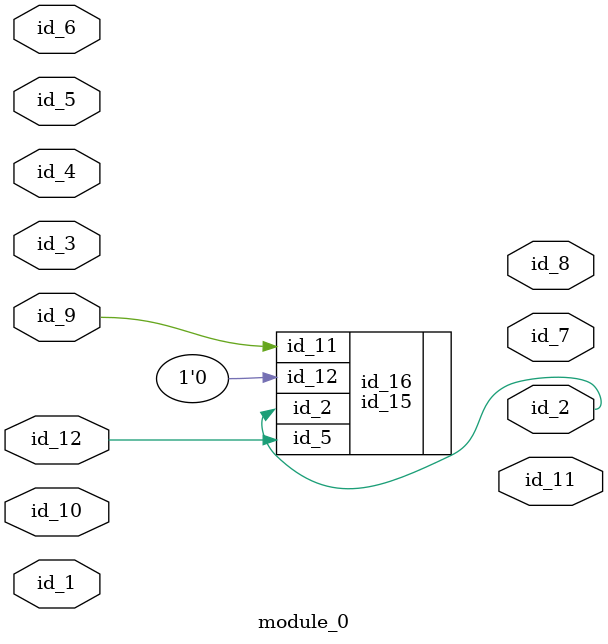
<source format=v>
module module_0 (
    id_1,
    id_2,
    id_3,
    id_4,
    id_5,
    id_6,
    id_7,
    id_8,
    id_9,
    id_10,
    id_11,
    id_12
);
  input id_12;
  output id_11;
  input id_10;
  input id_9;
  output id_8;
  output id_7;
  input id_6;
  input id_5;
  input id_4;
  input id_3;
  output id_2;
  input id_1;
  id_13 id_14 (
      .id_9 (id_1),
      .id_12(id_4),
      .id_3 (id_3)
  );
  id_15 id_16 (
      .id_12(1'h0),
      .id_11(id_9),
      .id_5 (id_12),
      .id_2 (id_2)
  );
  id_17 id_18 ();
endmodule

</source>
